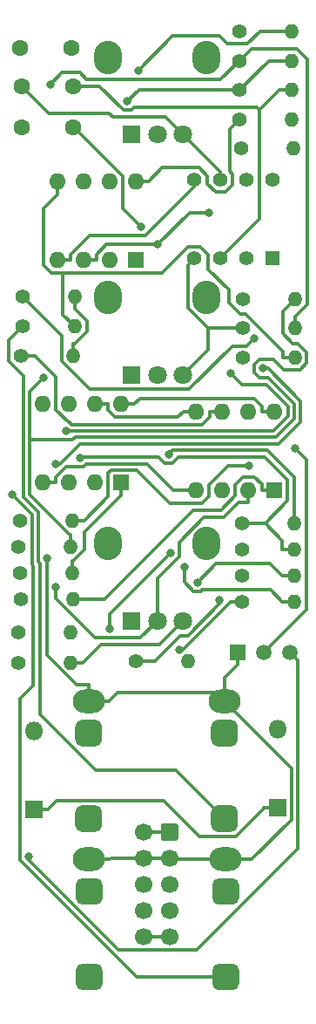
<source format=gbr>
G04 #@! TF.GenerationSoftware,KiCad,Pcbnew,(5.1.10-1-10_14)*
G04 #@! TF.CreationDate,2021-09-13T20:12:19+02:00*
G04 #@! TF.ProjectId,Ring_fold_main,52696e67-5f66-46f6-9c64-5f6d61696e2e,rev?*
G04 #@! TF.SameCoordinates,Original*
G04 #@! TF.FileFunction,Copper,L2,Bot*
G04 #@! TF.FilePolarity,Positive*
%FSLAX46Y46*%
G04 Gerber Fmt 4.6, Leading zero omitted, Abs format (unit mm)*
G04 Created by KiCad (PCBNEW (5.1.10-1-10_14)) date 2021-09-13 20:12:19*
%MOMM*%
%LPD*%
G01*
G04 APERTURE LIST*
G04 #@! TA.AperFunction,ComponentPad*
%ADD10O,1.400000X1.400000*%
G04 #@! TD*
G04 #@! TA.AperFunction,ComponentPad*
%ADD11C,1.400000*%
G04 #@! TD*
G04 #@! TA.AperFunction,ComponentPad*
%ADD12O,1.800000X1.800000*%
G04 #@! TD*
G04 #@! TA.AperFunction,ComponentPad*
%ADD13R,1.800000X1.800000*%
G04 #@! TD*
G04 #@! TA.AperFunction,ComponentPad*
%ADD14R,1.500000X1.500000*%
G04 #@! TD*
G04 #@! TA.AperFunction,ComponentPad*
%ADD15C,1.500000*%
G04 #@! TD*
G04 #@! TA.AperFunction,ComponentPad*
%ADD16O,1.600000X1.600000*%
G04 #@! TD*
G04 #@! TA.AperFunction,ComponentPad*
%ADD17R,1.600000X1.600000*%
G04 #@! TD*
G04 #@! TA.AperFunction,ComponentPad*
%ADD18O,2.720000X3.240000*%
G04 #@! TD*
G04 #@! TA.AperFunction,ComponentPad*
%ADD19C,1.800000*%
G04 #@! TD*
G04 #@! TA.AperFunction,ComponentPad*
%ADD20O,3.100000X2.300000*%
G04 #@! TD*
G04 #@! TA.AperFunction,ComponentPad*
%ADD21C,1.700000*%
G04 #@! TD*
G04 #@! TA.AperFunction,ComponentPad*
%ADD22C,1.397000*%
G04 #@! TD*
G04 #@! TA.AperFunction,ComponentPad*
%ADD23R,1.397000X1.397000*%
G04 #@! TD*
G04 #@! TA.AperFunction,ComponentPad*
%ADD24C,1.600000*%
G04 #@! TD*
G04 #@! TA.AperFunction,ViaPad*
%ADD25C,0.800000*%
G04 #@! TD*
G04 #@! TA.AperFunction,Conductor*
%ADD26C,0.300000*%
G04 #@! TD*
G04 APERTURE END LIST*
D10*
X85725000Y-112141000D03*
D11*
X80645000Y-112141000D03*
D10*
X107188000Y-112422000D03*
D11*
X102108000Y-112422000D03*
D10*
X85471000Y-118300000D03*
D11*
X80391000Y-118300000D03*
D10*
X106934000Y-65547900D03*
D11*
X101854000Y-65547900D03*
D10*
X107124000Y-68389500D03*
D11*
X102044000Y-68389500D03*
D10*
X85471000Y-115380000D03*
D11*
X80391000Y-115380000D03*
D10*
X96901000Y-118174000D03*
D11*
X91821000Y-118174000D03*
D10*
X85598000Y-104494000D03*
D11*
X80518000Y-104494000D03*
D10*
X85598000Y-109592000D03*
D11*
X80518000Y-109592000D03*
D10*
X85852000Y-82804000D03*
D11*
X80772000Y-82804000D03*
D10*
X85725000Y-88519000D03*
D11*
X80645000Y-88519000D03*
D10*
X107252000Y-82994500D03*
D11*
X102172000Y-82994500D03*
D10*
X106934000Y-62706200D03*
D11*
X101854000Y-62706200D03*
D10*
X107188000Y-107324000D03*
D11*
X102108000Y-107324000D03*
D10*
X106934000Y-59864600D03*
D11*
X101854000Y-59864600D03*
D10*
X85407500Y-107043000D03*
D11*
X80327500Y-107043000D03*
D10*
X107188000Y-104775000D03*
D11*
X102108000Y-104775000D03*
D10*
X107252000Y-85852000D03*
D11*
X102172000Y-85852000D03*
D10*
X106934000Y-57023000D03*
D11*
X101854000Y-57023000D03*
D10*
X107188000Y-109873000D03*
D11*
X102108000Y-109873000D03*
D10*
X85852000Y-85661500D03*
D11*
X80772000Y-85661500D03*
D10*
X107252000Y-88709500D03*
D11*
X102172000Y-88709500D03*
D12*
X105600000Y-124778000D03*
D13*
X105600000Y-132398000D03*
D12*
X81851500Y-124968000D03*
D13*
X81851500Y-132588000D03*
D14*
X101664000Y-117284000D03*
D15*
X106744000Y-117284000D03*
X104204000Y-117284000D03*
D16*
X105283000Y-93916000D03*
X97663000Y-101536000D03*
X102743000Y-93916000D03*
X100203000Y-101536000D03*
X100203000Y-93916000D03*
X102743000Y-101536000D03*
X97663000Y-93916000D03*
D17*
X105283000Y-101536000D03*
D16*
X90360500Y-93218000D03*
X82740500Y-100838000D03*
X87820500Y-93218000D03*
X85280500Y-100838000D03*
X85280500Y-93218000D03*
X87820500Y-100838000D03*
X82740500Y-93218000D03*
D17*
X90360500Y-100838000D03*
D16*
X91757500Y-71628000D03*
X84137500Y-79248000D03*
X89217500Y-71628000D03*
X86677500Y-79248000D03*
X86677500Y-71628000D03*
X89217500Y-79248000D03*
X84137500Y-71628000D03*
D17*
X91757500Y-79248000D03*
D18*
X89076500Y-59556000D03*
X98676500Y-59556000D03*
D19*
X96376500Y-67056000D03*
X93876500Y-67056000D03*
D13*
X91376500Y-67056000D03*
D18*
X89076500Y-82860500D03*
X98676500Y-82860500D03*
D19*
X96376500Y-90360500D03*
X93876500Y-90360500D03*
D13*
X91376500Y-90360500D03*
D18*
X89076500Y-106736000D03*
X98676500Y-106736000D03*
D19*
X96376500Y-114236000D03*
X93876500Y-114236000D03*
D13*
X91376500Y-114236000D03*
G04 #@! TA.AperFunction,ComponentPad*
G36*
G01*
X101820000Y-148161000D02*
X101820000Y-149461000D01*
G75*
G02*
X101170000Y-150111000I-650000J0D01*
G01*
X99870000Y-150111000D01*
G75*
G02*
X99220000Y-149461000I0J650000D01*
G01*
X99220000Y-148161000D01*
G75*
G02*
X99870000Y-147511000I650000J0D01*
G01*
X101170000Y-147511000D01*
G75*
G02*
X101820000Y-148161000I0J-650000D01*
G01*
G37*
G04 #@! TD.AperFunction*
D20*
X100520000Y-137411000D03*
G04 #@! TA.AperFunction,ComponentPad*
G36*
G01*
X101820000Y-139861000D02*
X101820000Y-141161000D01*
G75*
G02*
X101170000Y-141811000I-650000J0D01*
G01*
X99870000Y-141811000D01*
G75*
G02*
X99220000Y-141161000I0J650000D01*
G01*
X99220000Y-139861000D01*
G75*
G02*
X99870000Y-139211000I650000J0D01*
G01*
X101170000Y-139211000D01*
G75*
G02*
X101820000Y-139861000I0J-650000D01*
G01*
G37*
G04 #@! TD.AperFunction*
G04 #@! TA.AperFunction,ComponentPad*
G36*
G01*
X101694000Y-132794000D02*
X101694000Y-134094000D01*
G75*
G02*
X101044000Y-134744000I-650000J0D01*
G01*
X99744000Y-134744000D01*
G75*
G02*
X99094000Y-134094000I0J650000D01*
G01*
X99094000Y-132794000D01*
G75*
G02*
X99744000Y-132144000I650000J0D01*
G01*
X101044000Y-132144000D01*
G75*
G02*
X101694000Y-132794000I0J-650000D01*
G01*
G37*
G04 #@! TD.AperFunction*
X100394000Y-122044000D03*
G04 #@! TA.AperFunction,ComponentPad*
G36*
G01*
X101694000Y-124494000D02*
X101694000Y-125794000D01*
G75*
G02*
X101044000Y-126444000I-650000J0D01*
G01*
X99744000Y-126444000D01*
G75*
G02*
X99094000Y-125794000I0J650000D01*
G01*
X99094000Y-124494000D01*
G75*
G02*
X99744000Y-123844000I650000J0D01*
G01*
X101044000Y-123844000D01*
G75*
G02*
X101694000Y-124494000I0J-650000D01*
G01*
G37*
G04 #@! TD.AperFunction*
D21*
X92519500Y-144907000D03*
X92519500Y-142367000D03*
X92519500Y-139827000D03*
X92519500Y-137287000D03*
X92519500Y-134747000D03*
X95059500Y-144907000D03*
X95059500Y-142367000D03*
X95059500Y-139827000D03*
X95059500Y-137287000D03*
G04 #@! TA.AperFunction,ComponentPad*
G36*
G01*
X95909500Y-134147000D02*
X95909500Y-135347000D01*
G75*
G02*
X95659500Y-135597000I-250000J0D01*
G01*
X94459500Y-135597000D01*
G75*
G02*
X94209500Y-135347000I0J250000D01*
G01*
X94209500Y-134147000D01*
G75*
G02*
X94459500Y-133897000I250000J0D01*
G01*
X95659500Y-133897000D01*
G75*
G02*
X95909500Y-134147000I0J-250000D01*
G01*
G37*
G04 #@! TD.AperFunction*
G04 #@! TA.AperFunction,ComponentPad*
G36*
G01*
X88549000Y-148161000D02*
X88549000Y-149461000D01*
G75*
G02*
X87899000Y-150111000I-650000J0D01*
G01*
X86599000Y-150111000D01*
G75*
G02*
X85949000Y-149461000I0J650000D01*
G01*
X85949000Y-148161000D01*
G75*
G02*
X86599000Y-147511000I650000J0D01*
G01*
X87899000Y-147511000D01*
G75*
G02*
X88549000Y-148161000I0J-650000D01*
G01*
G37*
G04 #@! TD.AperFunction*
D20*
X87249000Y-137411000D03*
G04 #@! TA.AperFunction,ComponentPad*
G36*
G01*
X88549000Y-139861000D02*
X88549000Y-141161000D01*
G75*
G02*
X87899000Y-141811000I-650000J0D01*
G01*
X86599000Y-141811000D01*
G75*
G02*
X85949000Y-141161000I0J650000D01*
G01*
X85949000Y-139861000D01*
G75*
G02*
X86599000Y-139211000I650000J0D01*
G01*
X87899000Y-139211000D01*
G75*
G02*
X88549000Y-139861000I0J-650000D01*
G01*
G37*
G04 #@! TD.AperFunction*
D22*
X105092000Y-71437500D03*
X102552000Y-71437500D03*
X100012000Y-71437500D03*
X97472000Y-71437500D03*
X97472000Y-79057500D03*
X100012000Y-79057500D03*
X102552000Y-79057500D03*
D23*
X105092000Y-79057500D03*
G04 #@! TA.AperFunction,ComponentPad*
G36*
G01*
X88485500Y-132794000D02*
X88485500Y-134094000D01*
G75*
G02*
X87835500Y-134744000I-650000J0D01*
G01*
X86535500Y-134744000D01*
G75*
G02*
X85885500Y-134094000I0J650000D01*
G01*
X85885500Y-132794000D01*
G75*
G02*
X86535500Y-132144000I650000J0D01*
G01*
X87835500Y-132144000D01*
G75*
G02*
X88485500Y-132794000I0J-650000D01*
G01*
G37*
G04 #@! TD.AperFunction*
D20*
X87185500Y-122044000D03*
G04 #@! TA.AperFunction,ComponentPad*
G36*
G01*
X88485500Y-124494000D02*
X88485500Y-125794000D01*
G75*
G02*
X87835500Y-126444000I-650000J0D01*
G01*
X86535500Y-126444000D01*
G75*
G02*
X85885500Y-125794000I0J650000D01*
G01*
X85885500Y-124494000D01*
G75*
G02*
X86535500Y-123844000I650000J0D01*
G01*
X87835500Y-123844000D01*
G75*
G02*
X88485500Y-124494000I0J-650000D01*
G01*
G37*
G04 #@! TD.AperFunction*
D24*
X85678500Y-66371500D03*
X80678500Y-66371500D03*
X85678500Y-62321500D03*
X80678500Y-62321500D03*
X85518000Y-58610500D03*
X80518000Y-58610500D03*
D25*
X82842900Y-90601200D03*
X83123100Y-108180700D03*
X92322200Y-76017600D03*
X79721400Y-101981400D03*
X89229100Y-115006700D03*
X95128900Y-107682500D03*
X91997400Y-60827000D03*
X104172600Y-89748900D03*
X84030000Y-99008900D03*
X102752900Y-99192100D03*
X96020900Y-117053600D03*
X99945500Y-112257800D03*
X103285000Y-86846600D03*
X81380800Y-137145700D03*
X107280100Y-97506500D03*
X97760700Y-110496400D03*
X94964200Y-98067400D03*
X98863100Y-74598900D03*
X93876500Y-77722200D03*
X83448300Y-62179600D03*
X86351200Y-98391700D03*
X90968100Y-63833400D03*
X101034400Y-90243400D03*
X84965400Y-95830400D03*
X84012100Y-110964600D03*
X96489900Y-109043500D03*
D26*
X81460800Y-96689700D02*
X85636300Y-96689700D01*
X85636300Y-96689700D02*
X85924800Y-96401200D01*
X85924800Y-96401200D02*
X105431900Y-96401200D01*
X105431900Y-96401200D02*
X107175500Y-94657600D01*
X107175500Y-94657600D02*
X107175500Y-93160200D01*
X107175500Y-93160200D02*
X104614500Y-90599200D01*
X104614500Y-90599200D02*
X103765500Y-90599200D01*
X103765500Y-90599200D02*
X103308800Y-90142500D01*
X103308800Y-90142500D02*
X103308800Y-89410200D01*
X103308800Y-89410200D02*
X103820500Y-88898500D01*
X103820500Y-88898500D02*
X105140400Y-88898500D01*
X105140400Y-88898500D02*
X106130900Y-89889000D01*
X106130900Y-89889000D02*
X107749700Y-89889000D01*
X107749700Y-89889000D02*
X108411800Y-89226900D01*
X108411800Y-89226900D02*
X108411800Y-88194000D01*
X108411800Y-88194000D02*
X107524500Y-87306700D01*
X107524500Y-87306700D02*
X107014700Y-87306700D01*
X107014700Y-87306700D02*
X106070400Y-86362400D01*
X106070400Y-86362400D02*
X106070400Y-84176100D01*
X106070400Y-84176100D02*
X107252000Y-82994500D01*
X85725000Y-88519000D02*
X85725000Y-87368700D01*
X85852000Y-82804000D02*
X85852000Y-83954300D01*
X85852000Y-83954300D02*
X87037100Y-85139400D01*
X87037100Y-85139400D02*
X87037100Y-86175700D01*
X87037100Y-86175700D02*
X85844100Y-87368700D01*
X85844100Y-87368700D02*
X85725000Y-87368700D01*
X81460800Y-96689700D02*
X81460800Y-101983700D01*
X81460800Y-101983700D02*
X85369800Y-105892700D01*
X85369800Y-105892700D02*
X85407500Y-105892700D01*
X82842900Y-90601200D02*
X81460800Y-91983300D01*
X81460800Y-91983300D02*
X81460800Y-96689700D01*
X85407500Y-107043000D02*
X85407500Y-105892700D01*
X85678500Y-62321500D02*
X88253800Y-62321500D01*
X88253800Y-62321500D02*
X90616000Y-64683700D01*
X90616000Y-64683700D02*
X91320300Y-64683700D01*
X91320300Y-64683700D02*
X91623600Y-64380400D01*
X91623600Y-64380400D02*
X103534500Y-64380400D01*
X103534500Y-64380400D02*
X103822000Y-64667900D01*
X103822000Y-64667900D02*
X103822000Y-75247500D01*
X103822000Y-75247500D02*
X100012000Y-79057500D01*
X103822000Y-64667900D02*
X105783700Y-62706200D01*
X106934000Y-62706200D02*
X105783700Y-62706200D01*
X80678500Y-62321500D02*
X83329700Y-64972700D01*
X83329700Y-64972700D02*
X89178100Y-64972700D01*
X89178100Y-64972700D02*
X89547600Y-65342200D01*
X89547600Y-65342200D02*
X94662700Y-65342200D01*
X94662700Y-65342200D02*
X96376500Y-67056000D01*
X87185500Y-122044000D02*
X87185500Y-120443700D01*
X87185500Y-120443700D02*
X85985300Y-120443700D01*
X85985300Y-120443700D02*
X83123100Y-117581500D01*
X83123100Y-117581500D02*
X83123100Y-108180700D01*
X88185700Y-122044000D02*
X87185500Y-122044000D01*
X101664000Y-117284000D02*
X101664000Y-118484300D01*
X100394000Y-121243800D02*
X100394000Y-119754300D01*
X100394000Y-119754300D02*
X101664000Y-118484300D01*
X100394000Y-121243800D02*
X89986000Y-121243800D01*
X89986000Y-121243800D02*
X89185800Y-122044000D01*
X98805800Y-85852000D02*
X102172000Y-85852000D01*
X97472000Y-79057500D02*
X96852100Y-79677400D01*
X96852100Y-79677400D02*
X96852100Y-83898300D01*
X96852100Y-83898300D02*
X98805800Y-85852000D01*
X96376500Y-90360500D02*
X98805800Y-87931200D01*
X98805800Y-87931200D02*
X98805800Y-85852000D01*
X88185700Y-122044000D02*
X89185800Y-122044000D01*
X100520000Y-137411000D02*
X103078000Y-137411000D01*
X103078000Y-137411000D02*
X106950400Y-133538600D01*
X106950400Y-133538600D02*
X106950400Y-128600400D01*
X106950400Y-128600400D02*
X100394000Y-122044000D01*
X95059500Y-137287000D02*
X95183500Y-137411000D01*
X95183500Y-137411000D02*
X100520000Y-137411000D01*
X100012000Y-71437500D02*
X100012000Y-70691500D01*
X100012000Y-70691500D02*
X96376500Y-67056000D01*
X100394000Y-122044000D02*
X100394000Y-121243800D01*
X87249000Y-137411000D02*
X89249300Y-137411000D01*
X92519500Y-137287000D02*
X89373300Y-137287000D01*
X89373300Y-137287000D02*
X89249300Y-137411000D01*
X95059500Y-137287000D02*
X92519500Y-137287000D01*
X85678500Y-66371500D02*
X85772900Y-66371500D01*
X85772900Y-66371500D02*
X90487500Y-71086100D01*
X90487500Y-71086100D02*
X90487500Y-74182900D01*
X90487500Y-74182900D02*
X92322200Y-76017600D01*
X79721400Y-101981400D02*
X81672500Y-103932500D01*
X81672500Y-103932500D02*
X81672500Y-108781400D01*
X81672500Y-108781400D02*
X81822400Y-108931300D01*
X81822400Y-108931300D02*
X81822400Y-120512900D01*
X81822400Y-120512900D02*
X80501100Y-121834200D01*
X80501100Y-121834200D02*
X80501100Y-137472800D01*
X80501100Y-137472800D02*
X91839300Y-148811000D01*
X91839300Y-148811000D02*
X100520000Y-148811000D01*
X89229100Y-115006700D02*
X89229100Y-113582300D01*
X89229100Y-113582300D02*
X95128900Y-107682500D01*
X106934000Y-57023000D02*
X103846500Y-57023000D01*
X103846500Y-57023000D02*
X102641300Y-58228200D01*
X102641300Y-58228200D02*
X100629000Y-58228200D01*
X100629000Y-58228200D02*
X99875400Y-57474600D01*
X99875400Y-57474600D02*
X95349800Y-57474600D01*
X95349800Y-57474600D02*
X91997400Y-60827000D01*
X85598000Y-109592000D02*
X85598000Y-108441700D01*
X90360500Y-100838000D02*
X90360500Y-102088300D01*
X90360500Y-102088300D02*
X86798800Y-105650000D01*
X86798800Y-105650000D02*
X86798800Y-107360000D01*
X86798800Y-107360000D02*
X85717100Y-108441700D01*
X85717100Y-108441700D02*
X85598000Y-108441700D01*
X84030000Y-99008900D02*
X84372000Y-99008900D01*
X84372000Y-99008900D02*
X86333700Y-97047200D01*
X86333700Y-97047200D02*
X105686900Y-97047200D01*
X105686900Y-97047200D02*
X107787800Y-94946300D01*
X107787800Y-94946300D02*
X107787800Y-92923600D01*
X107787800Y-92923600D02*
X104613100Y-89748900D01*
X104613100Y-89748900D02*
X104172600Y-89748900D01*
X105600000Y-132398000D02*
X104249700Y-132398000D01*
X81851500Y-132588000D02*
X83201800Y-132588000D01*
X83201800Y-132588000D02*
X84109200Y-131680600D01*
X84109200Y-131680600D02*
X94446200Y-131680600D01*
X94446200Y-131680600D02*
X97977500Y-135211900D01*
X97977500Y-135211900D02*
X101520200Y-135211900D01*
X101520200Y-135211900D02*
X104249700Y-132482400D01*
X104249700Y-132482400D02*
X104249700Y-132398000D01*
X85598000Y-104494000D02*
X86748300Y-104494000D01*
X102752900Y-99192100D02*
X100764800Y-99192100D01*
X100764800Y-99192100D02*
X98933000Y-101023900D01*
X98933000Y-101023900D02*
X98933000Y-102127400D01*
X98933000Y-102127400D02*
X98238500Y-102821900D01*
X98238500Y-102821900D02*
X95112600Y-102821900D01*
X95112600Y-102821900D02*
X91878400Y-99587700D01*
X91878400Y-99587700D02*
X89374000Y-99587700D01*
X89374000Y-99587700D02*
X89110100Y-99851600D01*
X89110100Y-99851600D02*
X89110100Y-102132200D01*
X89110100Y-102132200D02*
X86748300Y-104494000D01*
X91610800Y-93218000D02*
X92182400Y-92646400D01*
X92182400Y-92646400D02*
X103281200Y-92646400D01*
X103281200Y-92646400D02*
X104032700Y-93397900D01*
X104032700Y-93397900D02*
X104032700Y-93916000D01*
X96020900Y-117053600D02*
X96372500Y-117053600D01*
X96372500Y-117053600D02*
X101004100Y-112422000D01*
X101004100Y-112422000D02*
X102108000Y-112422000D01*
X105283000Y-93916000D02*
X104032700Y-93916000D01*
X91757500Y-71628000D02*
X93007800Y-71628000D01*
X101854000Y-65547900D02*
X100886600Y-66515300D01*
X100886600Y-66515300D02*
X100886600Y-70614900D01*
X100886600Y-70614900D02*
X101183100Y-70911400D01*
X101183100Y-70911400D02*
X101183100Y-71934500D01*
X101183100Y-71934500D02*
X100503800Y-72613800D01*
X100503800Y-72613800D02*
X99552600Y-72613800D01*
X99552600Y-72613800D02*
X98742000Y-71803200D01*
X98742000Y-71803200D02*
X98742000Y-71067100D01*
X98742000Y-71067100D02*
X97950300Y-70275400D01*
X97950300Y-70275400D02*
X94360400Y-70275400D01*
X94360400Y-70275400D02*
X93007800Y-71628000D01*
X90360500Y-93218000D02*
X91610800Y-93218000D01*
X95059500Y-144907000D02*
X92519500Y-144907000D01*
X91821000Y-118174000D02*
X93635600Y-118174000D01*
X93635600Y-118174000D02*
X96127200Y-115682400D01*
X96127200Y-115682400D02*
X96861500Y-115682400D01*
X96861500Y-115682400D02*
X99945500Y-112598400D01*
X99945500Y-112598400D02*
X99945500Y-112257800D01*
X85387800Y-79248000D02*
X85387800Y-78729900D01*
X85387800Y-78729900D02*
X87249800Y-76867900D01*
X87249800Y-76867900D02*
X92674400Y-76867900D01*
X92674400Y-76867900D02*
X97472000Y-72070300D01*
X97472000Y-72070300D02*
X97472000Y-71437500D01*
X83990800Y-100838000D02*
X83990800Y-100291000D01*
X83990800Y-100291000D02*
X85039800Y-99242000D01*
X85039800Y-99242000D02*
X86703400Y-99242000D01*
X86703400Y-99242000D02*
X86958000Y-98987400D01*
X86958000Y-98987400D02*
X92862000Y-98987400D01*
X92862000Y-98987400D02*
X95410600Y-101536000D01*
X95410600Y-101536000D02*
X96412700Y-101536000D01*
X84137500Y-79248000D02*
X85387800Y-79248000D01*
X97663000Y-101536000D02*
X96412700Y-101536000D01*
X82740500Y-100838000D02*
X83990800Y-100838000D01*
X95059500Y-134747000D02*
X92519500Y-134747000D01*
X80772000Y-82804000D02*
X84567700Y-86599700D01*
X84567700Y-86599700D02*
X84567700Y-88997000D01*
X84567700Y-88997000D02*
X87302400Y-91731700D01*
X87302400Y-91731700D02*
X96964800Y-91731700D01*
X96964800Y-91731700D02*
X101137400Y-87559100D01*
X101137400Y-87559100D02*
X102572500Y-87559100D01*
X102572500Y-87559100D02*
X103285000Y-86846600D01*
X80772000Y-85661500D02*
X79454400Y-86979100D01*
X79454400Y-86979100D02*
X79454400Y-89028600D01*
X79454400Y-89028600D02*
X80860400Y-90434600D01*
X80860400Y-90434600D02*
X80860400Y-102271300D01*
X80860400Y-102271300D02*
X82272800Y-103683700D01*
X82272800Y-103683700D02*
X82272800Y-108532800D01*
X82272800Y-108532800D02*
X82440500Y-108700500D01*
X82440500Y-108700500D02*
X82440500Y-123331200D01*
X82440500Y-123331200D02*
X87863800Y-128754500D01*
X87863800Y-128754500D02*
X95704500Y-128754500D01*
X95704500Y-128754500D02*
X100394000Y-133444000D01*
X106744000Y-117284000D02*
X107563600Y-118103600D01*
X107563600Y-118103600D02*
X107563600Y-136335200D01*
X107563600Y-136335200D02*
X97691400Y-146207400D01*
X97691400Y-146207400D02*
X90089200Y-146207400D01*
X90089200Y-146207400D02*
X81380800Y-137499000D01*
X81380800Y-137499000D02*
X81380800Y-137145700D01*
X104204000Y-117284000D02*
X108338400Y-113149600D01*
X108338400Y-113149600D02*
X108338400Y-98564800D01*
X108338400Y-98564800D02*
X107280100Y-97506500D01*
X84698100Y-80514500D02*
X94286800Y-80514500D01*
X94286800Y-80514500D02*
X96892700Y-77908600D01*
X96892700Y-77908600D02*
X98021600Y-77908600D01*
X98021600Y-77908600D02*
X98842700Y-78729700D01*
X98842700Y-78729700D02*
X98842700Y-80134900D01*
X98842700Y-80134900D02*
X100828600Y-82120800D01*
X100828600Y-82120800D02*
X100828600Y-83349500D01*
X100828600Y-83349500D02*
X101902300Y-84423200D01*
X101902300Y-84423200D02*
X102405900Y-84423200D01*
X102405900Y-84423200D02*
X106101700Y-88119000D01*
X106101700Y-88119000D02*
X106101700Y-88709500D01*
X84137500Y-72878300D02*
X82822300Y-74193500D01*
X82822300Y-74193500D02*
X82822300Y-79737800D01*
X82822300Y-79737800D02*
X83599000Y-80514500D01*
X83599000Y-80514500D02*
X84698100Y-80514500D01*
X84698100Y-80514500D02*
X84698100Y-84507600D01*
X84698100Y-84507600D02*
X85852000Y-85661500D01*
X107252000Y-88709500D02*
X106101700Y-88709500D01*
X84137500Y-71628000D02*
X84137500Y-72878300D01*
X85725000Y-112141000D02*
X88701500Y-112141000D01*
X88701500Y-112141000D02*
X97326000Y-103516500D01*
X97326000Y-103516500D02*
X100064500Y-103516500D01*
X100064500Y-103516500D02*
X101473000Y-102108000D01*
X101473000Y-102108000D02*
X101473000Y-101014300D01*
X101473000Y-101014300D02*
X102211200Y-100276100D01*
X102211200Y-100276100D02*
X103319800Y-100276100D01*
X103319800Y-100276100D02*
X104032700Y-100989000D01*
X104032700Y-100989000D02*
X104032700Y-101536000D01*
X105283000Y-101536000D02*
X104032700Y-101536000D01*
X106037700Y-109873000D02*
X104826000Y-108661300D01*
X104826000Y-108661300D02*
X99595800Y-108661300D01*
X99595800Y-108661300D02*
X97760700Y-110496400D01*
X107188000Y-109873000D02*
X106037700Y-109873000D01*
X94964200Y-98067400D02*
X95337200Y-97694400D01*
X95337200Y-97694400D02*
X104601600Y-97694400D01*
X104601600Y-97694400D02*
X107188000Y-100280800D01*
X107188000Y-100280800D02*
X107188000Y-104775000D01*
X93876500Y-77722200D02*
X96999800Y-74598900D01*
X96999800Y-74598900D02*
X98863100Y-74598900D01*
X86677500Y-79248000D02*
X87927800Y-79248000D01*
X87927800Y-79248000D02*
X87927800Y-78701000D01*
X87927800Y-78701000D02*
X88906600Y-77722200D01*
X88906600Y-77722200D02*
X93876500Y-77722200D01*
X107252000Y-85852000D02*
X107252000Y-84701700D01*
X101854000Y-59864600D02*
X103019700Y-58698900D01*
X103019700Y-58698900D02*
X107420500Y-58698900D01*
X107420500Y-58698900D02*
X108464000Y-59742400D01*
X108464000Y-59742400D02*
X108464000Y-83489700D01*
X108464000Y-83489700D02*
X107252000Y-84701700D01*
X83448300Y-62179600D02*
X84587900Y-61040000D01*
X84587900Y-61040000D02*
X86342500Y-61040000D01*
X86342500Y-61040000D02*
X86988900Y-61686400D01*
X86988900Y-61686400D02*
X100032200Y-61686400D01*
X100032200Y-61686400D02*
X101854000Y-59864600D01*
X86351200Y-98391700D02*
X86430900Y-98312000D01*
X86430900Y-98312000D02*
X94006400Y-98312000D01*
X94006400Y-98312000D02*
X94612100Y-98917700D01*
X94612100Y-98917700D02*
X95316400Y-98917700D01*
X95316400Y-98917700D02*
X95892300Y-98341800D01*
X95892300Y-98341800D02*
X104329000Y-98341800D01*
X104329000Y-98341800D02*
X106545600Y-100558400D01*
X106545600Y-100558400D02*
X106545600Y-102588400D01*
X106545600Y-102588400D02*
X104359000Y-104775000D01*
X107188000Y-107324000D02*
X106037700Y-107324000D01*
X104359000Y-104775000D02*
X102108000Y-104775000D01*
X104359000Y-104775000D02*
X106037700Y-106453700D01*
X106037700Y-106453700D02*
X106037700Y-107324000D01*
X90968100Y-63833400D02*
X92095300Y-62706200D01*
X92095300Y-62706200D02*
X101854000Y-62706200D01*
X101854000Y-62706200D02*
X104695600Y-59864600D01*
X104695600Y-59864600D02*
X106934000Y-59864600D01*
X96412700Y-93916000D02*
X95854700Y-94474000D01*
X95854700Y-94474000D02*
X89779800Y-94474000D01*
X89779800Y-94474000D02*
X89070800Y-93765000D01*
X89070800Y-93765000D02*
X89070800Y-93218000D01*
X97663000Y-93916000D02*
X96412700Y-93916000D01*
X87820500Y-93218000D02*
X89070800Y-93218000D01*
X84965400Y-95830400D02*
X85008100Y-95787700D01*
X85008100Y-95787700D02*
X105187300Y-95787700D01*
X105187300Y-95787700D02*
X106575000Y-94400000D01*
X106575000Y-94400000D02*
X106575000Y-93408800D01*
X106575000Y-93408800D02*
X104464400Y-91298200D01*
X104464400Y-91298200D02*
X102089200Y-91298200D01*
X102089200Y-91298200D02*
X101034400Y-90243400D01*
X98952700Y-93916000D02*
X98952700Y-94434100D01*
X98952700Y-94434100D02*
X98199700Y-95187100D01*
X98199700Y-95187100D02*
X85524600Y-95187100D01*
X85524600Y-95187100D02*
X85317600Y-94980100D01*
X85317600Y-94980100D02*
X85248900Y-94980100D01*
X85248900Y-94980100D02*
X84010500Y-93741700D01*
X84010500Y-93741700D02*
X84010500Y-90566300D01*
X84010500Y-90566300D02*
X81963200Y-88519000D01*
X81963200Y-88519000D02*
X80645000Y-88519000D01*
X100203000Y-93916000D02*
X98952700Y-93916000D01*
X86621300Y-118300000D02*
X88378400Y-116542900D01*
X88378400Y-116542900D02*
X94069600Y-116542900D01*
X94069600Y-116542900D02*
X96376500Y-114236000D01*
X85471000Y-118300000D02*
X86621300Y-118300000D01*
X93876500Y-114236000D02*
X93876500Y-110137400D01*
X93876500Y-110137400D02*
X95979200Y-108034700D01*
X95979200Y-108034700D02*
X95979200Y-106608800D01*
X95979200Y-106608800D02*
X98409200Y-104178800D01*
X98409200Y-104178800D02*
X100348700Y-104178800D01*
X100348700Y-104178800D02*
X101741200Y-102786300D01*
X101741200Y-102786300D02*
X102743000Y-102786300D01*
X93876500Y-114236000D02*
X92221000Y-115891500D01*
X92221000Y-115891500D02*
X87829400Y-115891500D01*
X87829400Y-115891500D02*
X84012100Y-112074200D01*
X84012100Y-112074200D02*
X84012100Y-110964600D01*
X102743000Y-101536000D02*
X102743000Y-102786300D01*
X106037700Y-112422000D02*
X104865300Y-111249600D01*
X104865300Y-111249600D02*
X98210000Y-111249600D01*
X98210000Y-111249600D02*
X98112900Y-111346700D01*
X98112900Y-111346700D02*
X97408600Y-111346700D01*
X97408600Y-111346700D02*
X96489900Y-110428000D01*
X96489900Y-110428000D02*
X96489900Y-109043500D01*
X107188000Y-112422000D02*
X106037700Y-112422000D01*
M02*

</source>
